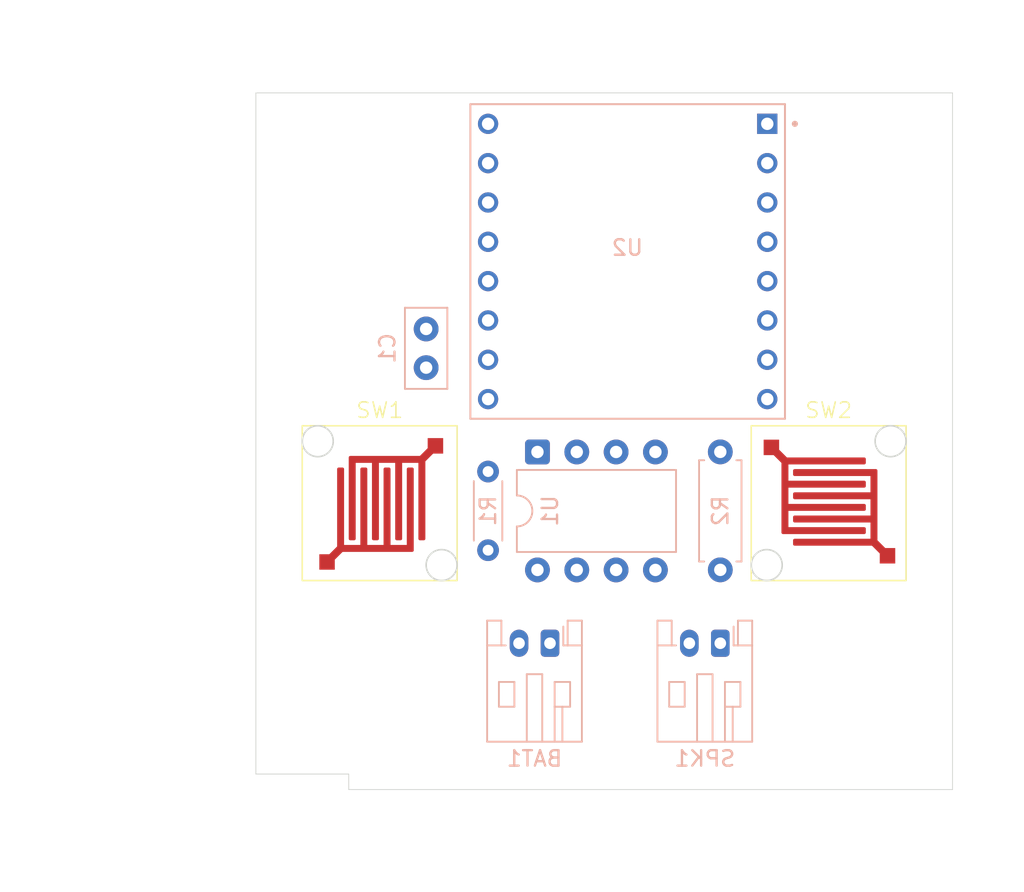
<source format=kicad_pcb>
(kicad_pcb (version 20241229) (generator "pcbnew") (generator_version "9.0")
  (layers (0 "F.Cu" signal) (2 "B.Cu" signal) (13 "F.Paste" user) (15 "B.Paste" user) (5 "F.SilkS" user "F.Silkscreen") (7 "B.SilkS" user "B.Silkscreen") (1 "F.Mask" user) (3 "B.Mask" user) (25 "Edge.Cuts" user))
  (net 0 "")
  (net 1 "/GND")
  (net 2 "/VDD")
  (net 3 "Net-(U1-~{RESET}{slash}PB5)")
  (net 4 "Net-(U1-AREF{slash}PB0)")
  (net 5 "Net-(SPK1-Pin_1)")
  (net 6 "Net-(SPK1-Pin_2)")
  (net 7 "Net-(U1-PB1)")
  (net 9 "Net-(U1-XTAL1{slash}PB3)")
  (net 10 "Net-(U1-XTAL2{slash}PB4)")
  (net 16 "Net-(U2-TX)")
  (footprint "Library:Keypad 2" (layer "F.Cu") (at 50 68.5 -90)
    (property "Reference" "SW1" (at -1 -5 0) (layer "F.SilkS") (effects (font (thickness 0.1))))
    (property "Value" "LEFT_BTN" (hide yes))
    (fp_rect (start 0 -10) (end 10 0) (stroke (width 0.1)) (fill no) (layer "F.SilkS"))
    (fp_circle (center 1 -1) (end 0 -1) (stroke (width 0.1)) (fill no) (layer "Edge.Cuts"))
    (fp_circle (center 9 -9) (end 10 -9) (stroke (width 0.1)) (fill no) (layer "Edge.Cuts"))
    (pad "1" smd custom (at 1.3 -8.6 90) (size 1 1) (layers "F.Cu") (net 9 "Net-(U1-XTAL1{slash}PB3)") (options (clearance outline) (anchor rect)) (primitives (gr_line (start -0.875 -0.875) (end -0.25 -0.25) (width 0.5)) (gr_rect (start -1 -5.5) (end -0.75 -0.75) (width 0.2) (fill yes)) (gr_rect (start -6 -1) (end -1 -0.75) (width 0.2) (fill yes)) (gr_rect (start -6 -2.5) (end -1 -2.25) (width 0.2) (fill yes)) (gr_rect (start -6 -4) (end -1 -3.75) (width 0.2) (fill yes)) (gr_rect (start -6 -5.5) (end -1 -5.25) (width 0.2) (fill yes))))
    (pad "2" smd custom (at 8.8 -1.6 270) (size 1 1) (layers "F.Cu") (net 2 "/VDD") (options (clearance outline) (anchor rect)) (primitives (gr_line (start -0.875 -0.875) (end -0.25 -0.25) (width 0.5)) (gr_rect (start -1 -5.5) (end -0.75 -0.75) (width 0.2) (fill yes)) (gr_rect (start -6 -1) (end -1 -0.75) (width 0.2) (fill yes)) (gr_rect (start -6 -2.5) (end -1 -2.25) (width 0.2) (fill yes)) (gr_rect (start -6 -4) (end -1 -3.75) (width 0.2) (fill yes)) (gr_rect (start -6 -5.5) (end -1 -5.25) (width 0.2) (fill yes))))
  )
  (footprint "Library:Keypad 2" (layer "F.Cu") (at 79 78.5)
    (property "Reference" "SW2" (at 5 -11 0) (layer "F.SilkS") (effects (font (thickness 0.1))))
    (property "Value" "RT_BTN" (hide yes))
    (fp_rect (start 0 -10) (end 10 0) (stroke (width 0.1)) (fill no) (layer "F.SilkS"))
    (fp_circle (center 1 -1) (end 0 -1) (stroke (width 0.1)) (fill no) (layer "Edge.Cuts"))
    (fp_circle (center 9 -9) (end 10 -9) (stroke (width 0.1)) (fill no) (layer "Edge.Cuts"))
    (pad "1" smd custom (at 1.3 -8.6 180) (size 1 1) (layers "F.Cu") (net 10 "Net-(U1-XTAL2{slash}PB4)") (options (clearance outline) (anchor rect)) (primitives (gr_line (start -0.875 -0.875) (end -0.25 -0.25) (width 0.5)) (gr_rect (start -1 -5.5) (end -0.75 -0.75) (width 0.2) (fill yes)) (gr_rect (start -6 -1) (end -1 -0.75) (width 0.2) (fill yes)) (gr_rect (start -6 -2.5) (end -1 -2.25) (width 0.2) (fill yes)) (gr_rect (start -6 -4) (end -1 -3.75) (width 0.2) (fill yes)) (gr_rect (start -6 -5.5) (end -1 -5.25) (width 0.2) (fill yes))))
    (pad "2" smd custom (at 8.8 -1.6) (size 1 1) (layers "F.Cu") (net 2 "/VDD") (options (clearance outline) (anchor rect)) (primitives (gr_line (start -0.875 -0.875) (end -0.25 -0.25) (width 0.5)) (gr_rect (start -1 -5.5) (end -0.75 -0.75) (width 0.2) (fill yes)) (gr_rect (start -6 -1) (end -1 -0.75) (width 0.2) (fill yes)) (gr_rect (start -6 -2.5) (end -1 -2.25) (width 0.2) (fill yes)) (gr_rect (start -6 -4) (end -1 -3.75) (width 0.2) (fill yes)) (gr_rect (start -6 -5.5) (end -1 -5.25) (width 0.2) (fill yes))))
  )
  (footprint "MountingHole:MountingHole_3.2mm_M3" (layer "F.Cu") (at 51.6 60.6)
    (property "Reference" "H1" (hide yes))
    (property "Value" "MountingHole")
    (pad "" np_thru_hole circle (at 0 0) (size 3.2 3.2) (drill 3.2) (layers "*.Cu" "*.Mask"))
  )
  (footprint "MountingHole:MountingHole_2.5mm" (layer "F.Cu") (at 86.75 60.55)
    (property "Reference" "H3" (hide yes))
    (property "Value" "AlignmentHole")
    (pad "" np_thru_hole circle (at 0 0) (size 2.5 2.5) (drill 2.5) (layers "*.Cu" "*.Mask"))
  )
  (footprint "MountingHole:MountingHole_2.5mm" (layer "F.Cu") (at 57.25 88.75)
    (property "Reference" "H4" (hide yes))
    (property "Value" "AlignmentHole")
    (pad "" np_thru_hole circle (at 0 0) (size 2.5 2.5) (drill 2.5) (layers "*.Cu" "*.Mask"))
  )
  (footprint "MountingHole:MountingHole_3.2mm_M3" (layer "F.Cu") (at 88.4 82.9)
    (property "Reference" "H2" (hide yes))
    (property "Value" "MountingHole")
    (pad "" np_thru_hole circle (at 0 0) (size 3.2 3.2) (drill 3.2) (layers "*.Cu" "*.Mask"))
  )
  (footprint "Resistor_THT:R_Axial_DIN0207_L6.3mm_D2.5mm_P7.62mm_Horizontal" (layer "B.Cu") (at 77 77.81 90)
    (property "Reference" "R2" (at 3.81 0 270) (layer "B.SilkS") (effects (justify mirror)))
    (property "Value" "1k")
    (fp_line (start 7.08 -1.37) (end 7.08 -1.04) (stroke (width 0.12)) (layer "B.SilkS"))
    (fp_line (start 0.54 -1.37) (end 7.08 -1.37) (stroke (width 0.12)) (layer "B.SilkS"))
    (fp_line (start 0.54 -1.04) (end 0.54 -1.37) (stroke (width 0.12)) (layer "B.SilkS"))
    (fp_line (start 0.54 1.04) (end 0.54 1.37) (stroke (width 0.12)) (layer "B.SilkS"))
    (fp_line (start 7.08 1.37) (end 7.08 1.04) (stroke (width 0.12)) (layer "B.SilkS"))
    (fp_line (start 0.54 1.37) (end 7.08 1.37) (stroke (width 0.12)) (layer "B.SilkS"))
    (pad "1" thru_hole circle (at 0 0 90) (size 1.6 1.6) (drill 0.8) (layers "*.Cu" "*.Mask") (net 4 "Net-(U1-AREF{slash}PB0)"))
    (pad "2" thru_hole circle (at 7.62 0 90) (size 1.6 1.6) (drill 0.8) (layers "*.Cu" "*.Mask") (net 16 "Net-(U2-TX)"))
  )
  (footprint "DFR0299:MODULE_DFR0299" (layer "B.Cu") (at 71.017 57.89 180)
    (property "Reference" "U2" (at 0.017 0.89 0) (layer "B.SilkS") (effects (justify mirror)))
    (property "Value" "DFR0299")
    (fp_line (start 10.16 10.16) (end 10.16 -10.16) (stroke (width 0.127)) (layer "B.SilkS"))
    (fp_line (start 10.16 -10.16) (end -10.16 -10.16) (stroke (width 0.127)) (layer "B.SilkS"))
    (fp_line (start -10.16 10.16) (end 10.16 10.16) (stroke (width 0.127)) (layer "B.SilkS"))
    (fp_line (start -10.16 -10.16) (end -10.16 10.16) (stroke (width 0.127)) (layer "B.SilkS"))
    (fp_circle (center -10.8 8.89) (end -10.7 8.89) (stroke (width 0.2)) (fill no) (layer "B.SilkS"))
    (pad "1" thru_hole rect (at -9.017 8.89 180) (size 1.308 1.308) (drill 0.8) (layers "*.Cu" "*.Mask") (net 2 "/VDD"))
    (pad "2" thru_hole circle (at -9.017 6.35 180) (size 1.308 1.308) (drill 0.8) (layers "*.Cu" "*.Mask") (net 7 "Net-(U1-PB1)"))
    (pad "3" thru_hole circle (at -9.017 3.81 180) (size 1.308 1.308) (drill 0.8) (layers "*.Cu" "*.Mask") (net 16 "Net-(U2-TX)"))
    (pad "4" thru_hole circle (at -9.017 1.27 180) (size 1.308 1.308) (drill 0.8) (layers "*.Cu" "*.Mask"))
    (pad "5" thru_hole circle (at -9.017 -1.27 180) (size 1.308 1.308) (drill 0.8) (layers "*.Cu" "*.Mask"))
    (pad "6" thru_hole circle (at -9.017 -3.81 180) (size 1.308 1.308) (drill 0.8) (layers "*.Cu" "*.Mask") (net 5 "Net-(SPK1-Pin_1)"))
    (pad "7" thru_hole circle (at -9.017 -6.35 180) (size 1.308 1.308) (drill 0.8) (layers "*.Cu" "*.Mask") (net 1 "/GND"))
    (pad "8" thru_hole circle (at -9.017 -8.89 180) (size 1.308 1.308) (drill 0.8) (layers "*.Cu" "*.Mask") (net 6 "Net-(SPK1-Pin_2)"))
    (pad "9" thru_hole circle (at 9.017 -8.89 180) (size 1.308 1.308) (drill 0.8) (layers "*.Cu" "*.Mask"))
    (pad "10" thru_hole circle (at 9.017 -6.35 180) (size 1.308 1.308) (drill 0.8) (layers "*.Cu" "*.Mask") (net 1 "/GND"))
    (pad "11" thru_hole circle (at 9.017 -3.81 180) (size 1.308 1.308) (drill 0.8) (layers "*.Cu" "*.Mask"))
    (pad "12" thru_hole circle (at 9.017 -1.27 180) (size 1.308 1.308) (drill 0.8) (layers "*.Cu" "*.Mask"))
    (pad "13" thru_hole circle (at 9.017 1.27 180) (size 1.308 1.308) (drill 0.8) (layers "*.Cu" "*.Mask"))
    (pad "14" thru_hole circle (at 9.017 3.81 180) (size 1.308 1.308) (drill 0.8) (layers "*.Cu" "*.Mask"))
    (pad "15" thru_hole circle (at 9.017 6.35 180) (size 1.308 1.308) (drill 0.8) (layers "*.Cu" "*.Mask"))
    (pad "16" thru_hole circle (at 9.017 8.89 180) (size 1.308 1.308) (drill 0.8) (layers "*.Cu" "*.Mask"))
  )
  (footprint "Capacitor_THT:C_Disc_D5.0mm_W2.5mm_P2.50mm" (layer "B.Cu") (at 58 62.25 -90)
    (property "Reference" "C1" (at 1.25 2.5 90) (layer "B.SilkS") (effects (justify mirror)))
    (property "Value" "0.1u")
    (fp_line (start -1.37 1.37) (end 3.87 1.37) (stroke (width 0.12)) (layer "B.SilkS"))
    (fp_line (start -1.37 1.37) (end -1.37 -1.37) (stroke (width 0.12)) (layer "B.SilkS"))
    (fp_line (start 3.87 1.37) (end 3.87 -1.37) (stroke (width 0.12)) (layer "B.SilkS"))
    (fp_line (start -1.37 -1.37) (end 3.87 -1.37) (stroke (width 0.12)) (layer "B.SilkS"))
    (pad "1" thru_hole circle (at 0 0 270) (size 1.6 1.6) (drill 0.8) (layers "*.Cu" "*.Mask") (net 1 "/GND"))
    (pad "2" thru_hole circle (at 2.5 0 270) (size 1.6 1.6) (drill 0.8) (layers "*.Cu" "*.Mask") (net 2 "/VDD"))
  )
  (footprint "Package_DIP:DIP-8_W7.62mm" (layer "B.Cu") (at 65.19 70.195 -90)
    (property "Reference" "U1" (at 3.805 -0.81 90) (layer "B.SilkS") (effects (justify mirror)))
    (property "Value" "ATtiny85-20P")
    (fp_line (start 1.16 1.33) (end 1.16 -8.95) (stroke (width 0.12)) (layer "B.SilkS"))
    (fp_line (start 2.81 1.33) (end 1.16 1.33) (stroke (width 0.12)) (layer "B.SilkS"))
    (fp_line (start 6.46 1.33) (end 4.81 1.33) (stroke (width 0.12)) (layer "B.SilkS"))
    (fp_line (start 1.16 -8.95) (end 6.46 -8.95) (stroke (width 0.12)) (layer "B.SilkS"))
    (fp_line (start 6.46 -8.95) (end 6.46 1.33) (stroke (width 0.12)) (layer "B.SilkS"))
    (fp_arc (start 2.81 1.33) (mid 3.81 0.33) (end 4.81 1.33) (stroke (width 0.12)) (layer "B.SilkS"))
    (pad "1" thru_hole roundrect (at 0 0 270) (size 1.6 1.6) (drill 0.8) (layers "*.Cu" "*.Mask") (roundrect_rratio 0.15625) (net 3 "Net-(U1-~{RESET}{slash}PB5)"))
    (pad "2" thru_hole circle (at 0 -2.54 270) (size 1.6 1.6) (drill 0.8) (layers "*.Cu" "*.Mask") (net 9 "Net-(U1-XTAL1{slash}PB3)"))
    (pad "3" thru_hole circle (at 0 -5.08 270) (size 1.6 1.6) (drill 0.8) (layers "*.Cu" "*.Mask") (net 10 "Net-(U1-XTAL2{slash}PB4)"))
    (pad "4" thru_hole circle (at 0 -7.62 270) (size 1.6 1.6) (drill 0.8) (layers "*.Cu" "*.Mask") (net 1 "/GND"))
    (pad "5" thru_hole circle (at 7.62 -7.62 270) (size 1.6 1.6) (drill 0.8) (layers "*.Cu" "*.Mask") (net 4 "Net-(U1-AREF{slash}PB0)"))
    (pad "6" thru_hole circle (at 7.62 -5.08 270) (size 1.6 1.6) (drill 0.8) (layers "*.Cu" "*.Mask") (net 7 "Net-(U1-PB1)"))
    (pad "7" thru_hole circle (at 7.62 -2.54 270) (size 1.6 1.6) (drill 0.8) (layers "*.Cu" "*.Mask"))
    (pad "8" thru_hole circle (at 7.62 0 270) (size 1.6 1.6) (drill 0.8) (layers "*.Cu" "*.Mask") (net 2 "/VDD"))
  )
  (footprint "Resistor_THT:R_Axial_DIN0204_L3.6mm_D1.6mm_P5.08mm_Horizontal" (layer "B.Cu") (at 62 76.54 90)
    (property "Reference" "R1" (at 2.54 0 90) (layer "B.SilkS") (effects (justify mirror)))
    (property "Value" "10k")
    (fp_line (start 0.62 -0.92) (end 4.46 -0.92) (stroke (width 0.12)) (layer "B.SilkS"))
    (fp_line (start 0.62 0.92) (end 4.46 0.92) (stroke (width 0.12)) (layer "B.SilkS"))
    (pad "1" thru_hole circle (at 0 0 90) (size 1.4 1.4) (drill 0.7) (layers "*.Cu" "*.Mask") (net 2 "/VDD"))
    (pad "2" thru_hole circle (at 5.08 0 90) (size 1.4 1.4) (drill 0.7) (layers "*.Cu" "*.Mask") (net 3 "Net-(U1-~{RESET}{slash}PB5)"))
  )
  (footprint "Connector_JST:JST_PH_S2B-PH-K_1x02_P2.00mm_Horizontal" (layer "B.Cu") (at 77 82.55 180)
    (property "Reference" "SPK1" (at 1 -7.45 0) (layer "B.SilkS") (effects (justify mirror)))
    (property "Value" "~")
    (fp_line (start 4.06 1.46) (end 3.14 1.46) (stroke (width 0.12)) (layer "B.SilkS"))
    (fp_line (start 4.06 -0.14) (end 3.14 -0.14) (stroke (width 0.12)) (layer "B.SilkS"))
    (fp_line (start 4.06 -6.36) (end 4.06 1.46) (stroke (width 0.12)) (layer "B.SilkS"))
    (fp_line (start 3.3 -2.5) (end 3.3 -4.1) (stroke (width 0.12)) (layer "B.SilkS"))
    (fp_line (start 3.3 -4.1) (end 2.3 -4.1) (stroke (width 0.12)) (layer "B.SilkS"))
    (fp_line (start 3.14 1.46) (end 3.14 -0.14) (stroke (width 0.12)) (layer "B.SilkS"))
    (fp_line (start 3.14 -0.14) (end 2.86 -0.14) (stroke (width 0.12)) (layer "B.SilkS"))
    (fp_line (start 2.3 -2.5) (end 3.3 -2.5) (stroke (width 0.12)) (layer "B.SilkS"))
    (fp_line (start 2.3 -4.1) (end 2.3 -2.5) (stroke (width 0.12)) (layer "B.SilkS"))
    (fp_line (start 1.5 -2) (end 1.5 -6.36) (stroke (width 0.12)) (layer "B.SilkS"))
    (fp_line (start 0.5 -2) (end 1.5 -2) (stroke (width 0.12)) (layer "B.SilkS"))
    (fp_line (start 0.5 -6.36) (end 0.5 -2) (stroke (width 0.12)) (layer "B.SilkS"))
    (fp_line (start -0.3 -2.5) (end -1.3 -2.5) (stroke (width 0.12)) (layer "B.SilkS"))
    (fp_line (start -0.3 -4.1) (end -0.3 -2.5) (stroke (width 0.12)) (layer "B.SilkS"))
    (fp_line (start -0.3 -4.1) (end -0.3 -6.36) (stroke (width 0.12)) (layer "B.SilkS"))
    (fp_line (start -0.8 -4.1) (end -0.8 -6.36) (stroke (width 0.12)) (layer "B.SilkS"))
    (fp_line (start -0.86 -0.14) (end -0.86 1.075) (stroke (width 0.12)) (layer "B.SilkS"))
    (fp_line (start -0.86 -0.14) (end -1.14 -0.14) (stroke (width 0.12)) (layer "B.SilkS"))
    (fp_line (start -1.14 1.46) (end -2.06 1.46) (stroke (width 0.12)) (layer "B.SilkS"))
    (fp_line (start -1.14 -0.14) (end -1.14 1.46) (stroke (width 0.12)) (layer "B.SilkS"))
    (fp_line (start -1.3 -2.5) (end -1.3 -4.1) (stroke (width 0.12)) (layer "B.SilkS"))
    (fp_line (start -1.3 -4.1) (end -0.3 -4.1) (stroke (width 0.12)) (layer "B.SilkS"))
    (fp_line (start -2.06 1.46) (end -2.06 -6.36) (stroke (width 0.12)) (layer "B.SilkS"))
    (fp_line (start -2.06 -0.14) (end -1.14 -0.14) (stroke (width 0.12)) (layer "B.SilkS"))
    (fp_line (start -2.06 -6.36) (end 4.06 -6.36) (stroke (width 0.12)) (layer "B.SilkS"))
    (pad "1" thru_hole roundrect (at 0 0 180) (size 1.2 1.75) (drill 0.75) (layers "*.Cu" "*.Mask") (roundrect_rratio 0.208333) (net 5 "Net-(SPK1-Pin_1)"))
    (pad "2" thru_hole oval (at 2 0 180) (size 1.2 1.75) (drill 0.75) (layers "*.Cu" "*.Mask") (net 6 "Net-(SPK1-Pin_2)"))
  )
  (footprint "Connector_JST:JST_PH_S2B-PH-K_1x02_P2.00mm_Horizontal" (layer "B.Cu") (at 66 82.55 180)
    (property "Reference" "BAT1" (at 1 -7.45 0) (layer "B.SilkS") (effects (justify mirror)))
    (property "Value" "TO_BATTERY")
    (fp_line (start 4.06 1.46) (end 3.14 1.46) (stroke (width 0.12)) (layer "B.SilkS"))
    (fp_line (start 4.06 -0.14) (end 3.14 -0.14) (stroke (width 0.12)) (layer "B.SilkS"))
    (fp_line (start 4.06 -6.36) (end 4.06 1.46) (stroke (width 0.12)) (layer "B.SilkS"))
    (fp_line (start 3.3 -2.5) (end 3.3 -4.1) (stroke (width 0.12)) (layer "B.SilkS"))
    (fp_line (start 3.3 -4.1) (end 2.3 -4.1) (stroke (width 0.12)) (layer "B.SilkS"))
    (fp_line (start 3.14 1.46) (end 3.14 -0.14) (stroke (width 0.12)) (layer "B.SilkS"))
    (fp_line (start 3.14 -0.14) (end 2.86 -0.14) (stroke (width 0.12)) (layer "B.SilkS"))
    (fp_line (start 2.3 -2.5) (end 3.3 -2.5) (stroke (width 0.12)) (layer "B.SilkS"))
    (fp_line (start 2.3 -4.1) (end 2.3 -2.5) (stroke (width 0.12)) (layer "B.SilkS"))
    (fp_line (start 1.5 -2) (end 1.5 -6.36) (stroke (width 0.12)) (layer "B.SilkS"))
    (fp_line (start 0.5 -2) (end 1.5 -2) (stroke (width 0.12)) (layer "B.SilkS"))
    (fp_line (start 0.5 -6.36) (end 0.5 -2) (stroke (width 0.12)) (layer "B.SilkS"))
    (fp_line (start -0.3 -2.5) (end -1.3 -2.5) (stroke (width 0.12)) (layer "B.SilkS"))
    (fp_line (start -0.3 -4.1) (end -0.3 -2.5) (stroke (width 0.12)) (layer "B.SilkS"))
    (fp_line (start -0.3 -4.1) (end -0.3 -6.36) (stroke (width 0.12)) (layer "B.SilkS"))
    (fp_line (start -0.8 -4.1) (end -0.8 -6.36) (stroke (width 0.12)) (layer "B.SilkS"))
    (fp_line (start -0.86 -0.14) (end -0.86 1.075) (stroke (width 0.12)) (layer "B.SilkS"))
    (fp_line (start -0.86 -0.14) (end -1.14 -0.14) (stroke (width 0.12)) (layer "B.SilkS"))
    (fp_line (start -1.14 1.46) (end -2.06 1.46) (stroke (width 0.12)) (layer "B.SilkS"))
    (fp_line (start -1.14 -0.14) (end -1.14 1.46) (stroke (width 0.12)) (layer "B.SilkS"))
    (fp_line (start -1.3 -2.5) (end -1.3 -4.1) (stroke (width 0.12)) (layer "B.SilkS"))
    (fp_line (start -1.3 -4.1) (end -0.3 -4.1) (stroke (width 0.12)) (layer "B.SilkS"))
    (fp_line (start -2.06 1.46) (end -2.06 -6.36) (stroke (width 0.12)) (layer "B.SilkS"))
    (fp_line (start -2.06 -0.14) (end -1.14 -0.14) (stroke (width 0.12)) (layer "B.SilkS"))
    (fp_line (start -2.06 -6.36) (end 4.06 -6.36) (stroke (width 0.12)) (layer "B.SilkS"))
    (pad "1" thru_hole roundrect (at 0 0 180) (size 1.2 1.75) (drill 0.75) (layers "*.Cu" "*.Mask") (roundrect_rratio 0.208333) (net 2 "/VDD"))
    (pad "2" thru_hole oval (at 2 0 180) (size 1.2 1.75) (drill 0.75) (layers "*.Cu" "*.Mask") (net 1 "/GND"))
  )
  (gr_line (start 47 91) (end 47 47) (stroke (width 0.05)) (layer "Edge.Cuts"))
  (gr_line (start 47 91) (end 53 91) (stroke (width 0.05)) (layer "Edge.Cuts"))
  (gr_line (start 92 92) (end 53 92) (stroke (width 0.05)) (layer "Edge.Cuts"))
  (gr_line (start 92 47) (end 92 92) (stroke (width 0.05)) (layer "Edge.Cuts"))
  (gr_line (start 53 92) (end 53 91) (stroke (width 0.05)) (layer "Edge.Cuts"))
  (gr_line (start 47 47) (end 92 47) (stroke (width 0.05)) (layer "Edge.Cuts"))
)
</source>
